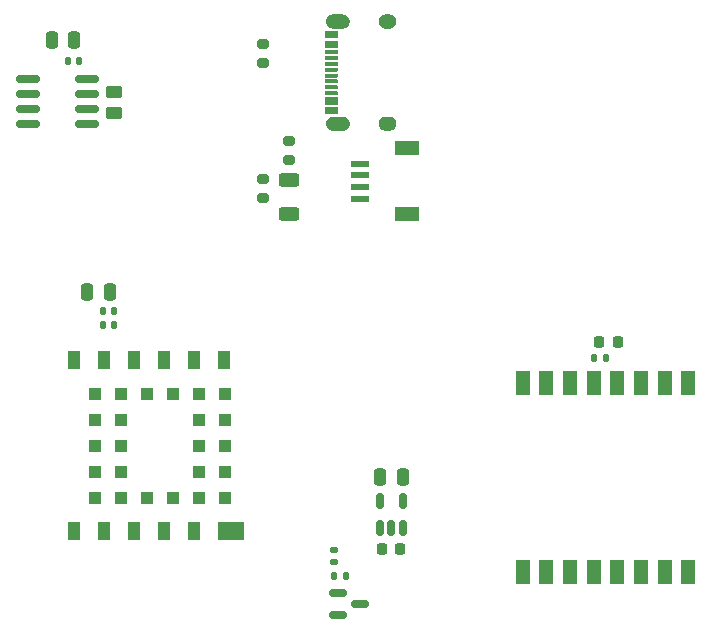
<source format=gbr>
%TF.GenerationSoftware,KiCad,Pcbnew,9.0.7*%
%TF.CreationDate,2026-02-14T09:58:14-05:00*%
%TF.ProjectId,satellite-board,73617465-6c6c-4697-9465-2d626f617264,rev?*%
%TF.SameCoordinates,Original*%
%TF.FileFunction,Paste,Top*%
%TF.FilePolarity,Positive*%
%FSLAX46Y46*%
G04 Gerber Fmt 4.6, Leading zero omitted, Abs format (unit mm)*
G04 Created by KiCad (PCBNEW 9.0.7) date 2026-02-14 09:58:14*
%MOMM*%
%LPD*%
G01*
G04 APERTURE LIST*
G04 Aperture macros list*
%AMRoundRect*
0 Rectangle with rounded corners*
0 $1 Rounding radius*
0 $2 $3 $4 $5 $6 $7 $8 $9 X,Y pos of 4 corners*
0 Add a 4 corners polygon primitive as box body*
4,1,4,$2,$3,$4,$5,$6,$7,$8,$9,$2,$3,0*
0 Add four circle primitives for the rounded corners*
1,1,$1+$1,$2,$3*
1,1,$1+$1,$4,$5*
1,1,$1+$1,$6,$7*
1,1,$1+$1,$8,$9*
0 Add four rect primitives between the rounded corners*
20,1,$1+$1,$2,$3,$4,$5,0*
20,1,$1+$1,$4,$5,$6,$7,0*
20,1,$1+$1,$6,$7,$8,$9,0*
20,1,$1+$1,$8,$9,$2,$3,0*%
G04 Aperture macros list end*
%ADD10C,0.000000*%
%ADD11RoundRect,0.250000X-0.625000X0.312500X-0.625000X-0.312500X0.625000X-0.312500X0.625000X0.312500X0*%
%ADD12RoundRect,0.150000X0.150000X-0.512500X0.150000X0.512500X-0.150000X0.512500X-0.150000X-0.512500X0*%
%ADD13R,1.000000X1.500000*%
%ADD14R,2.250000X1.500000*%
%ADD15R,1.000000X1.000000*%
%ADD16RoundRect,0.140000X0.140000X0.170000X-0.140000X0.170000X-0.140000X-0.170000X0.140000X-0.170000X0*%
%ADD17RoundRect,0.140000X-0.140000X-0.170000X0.140000X-0.170000X0.140000X0.170000X-0.140000X0.170000X0*%
%ADD18RoundRect,0.250000X0.250000X0.475000X-0.250000X0.475000X-0.250000X-0.475000X0.250000X-0.475000X0*%
%ADD19RoundRect,0.250000X0.450000X-0.262500X0.450000X0.262500X-0.450000X0.262500X-0.450000X-0.262500X0*%
%ADD20RoundRect,0.200000X-0.275000X0.200000X-0.275000X-0.200000X0.275000X-0.200000X0.275000X0.200000X0*%
%ADD21RoundRect,0.150000X-0.825000X-0.150000X0.825000X-0.150000X0.825000X0.150000X-0.825000X0.150000X0*%
%ADD22RoundRect,0.135000X-0.185000X0.135000X-0.185000X-0.135000X0.185000X-0.135000X0.185000X0.135000X0*%
%ADD23RoundRect,0.250000X-0.250000X-0.475000X0.250000X-0.475000X0.250000X0.475000X-0.250000X0.475000X0*%
%ADD24R,1.600000X0.600000*%
%ADD25R,2.000000X1.200000*%
%ADD26RoundRect,0.225000X-0.225000X-0.250000X0.225000X-0.250000X0.225000X0.250000X-0.225000X0.250000X0*%
%ADD27RoundRect,0.150000X-0.587500X-0.150000X0.587500X-0.150000X0.587500X0.150000X-0.587500X0.150000X0*%
%ADD28RoundRect,0.135000X-0.135000X-0.185000X0.135000X-0.185000X0.135000X0.185000X-0.135000X0.185000X0*%
%ADD29R,1.200000X2.000000*%
%ADD30R,1.100000X0.550000*%
%ADD31R,1.100000X0.300000*%
G04 APERTURE END LIST*
D10*
%TO.C,USB1*%
G36*
X181124250Y-50500000D02*
G01*
X180024250Y-50500000D01*
X180024250Y-49900000D01*
X181124250Y-49900000D01*
X181124250Y-50500000D01*
G37*
G36*
X181124250Y-51000000D02*
G01*
X180024250Y-51000000D01*
X180024250Y-50700000D01*
X181124250Y-50700000D01*
X181124250Y-51000000D01*
G37*
G36*
X181124250Y-55300000D02*
G01*
X180024250Y-55300000D01*
X180024250Y-54700000D01*
X181124250Y-54700000D01*
X181124250Y-55300000D01*
G37*
G36*
X181124250Y-56100000D02*
G01*
X180024250Y-56100000D01*
X180024250Y-55500000D01*
X181124250Y-55500000D01*
X181124250Y-56100000D01*
G37*
G36*
X181124250Y-49700000D02*
G01*
X180024250Y-49700000D01*
X180024250Y-49100000D01*
X181124250Y-49100000D01*
X181124250Y-49700000D01*
G37*
G36*
X181124250Y-51500000D02*
G01*
X180024250Y-51500000D01*
X180024250Y-51200000D01*
X181124250Y-51200000D01*
X181124250Y-51500000D01*
G37*
G36*
X181124250Y-52000000D02*
G01*
X180024250Y-52000000D01*
X180024250Y-51700000D01*
X181124250Y-51700000D01*
X181124250Y-52000000D01*
G37*
G36*
X181124250Y-52500000D02*
G01*
X180024250Y-52500000D01*
X180024250Y-52200000D01*
X181124250Y-52200000D01*
X181124250Y-52500000D01*
G37*
G36*
X181124250Y-53000000D02*
G01*
X180024250Y-53000000D01*
X180024250Y-52700000D01*
X181124250Y-52700000D01*
X181124250Y-53000000D01*
G37*
G36*
X181124250Y-53500000D02*
G01*
X180024250Y-53500000D01*
X180024250Y-53200000D01*
X181124250Y-53200000D01*
X181124250Y-53500000D01*
G37*
G36*
X181124250Y-54000000D02*
G01*
X180024250Y-54000000D01*
X180024250Y-53700000D01*
X181124250Y-53700000D01*
X181124250Y-54000000D01*
G37*
G36*
X181124250Y-54500000D02*
G01*
X180024250Y-54500000D01*
X180024250Y-54200000D01*
X181124250Y-54200000D01*
X181124250Y-54500000D01*
G37*
G36*
X181554250Y-56325500D02*
G01*
X181583750Y-56328000D01*
X181613750Y-56331500D01*
X181643250Y-56337000D01*
X181672250Y-56343500D01*
X181700750Y-56351500D01*
X181729250Y-56361000D01*
X181757250Y-56372000D01*
X181784250Y-56384500D01*
X181811250Y-56398000D01*
X181836750Y-56413000D01*
X181862250Y-56429500D01*
X181886250Y-56446500D01*
X181909750Y-56465500D01*
X181932250Y-56485000D01*
X181953750Y-56506000D01*
X181973750Y-56528000D01*
X181993250Y-56551000D01*
X182011250Y-56574500D01*
X182028250Y-56599500D01*
X182043750Y-56625000D01*
X182058250Y-56651000D01*
X182071250Y-56678000D01*
X182082750Y-56706000D01*
X182092750Y-56734000D01*
X182101750Y-56762500D01*
X182109250Y-56791500D01*
X182115250Y-56821000D01*
X182119250Y-56850500D01*
X182122250Y-56880000D01*
X182123750Y-56910000D01*
X182123750Y-56940000D01*
X182122250Y-56970000D01*
X182119250Y-56999500D01*
X182115250Y-57029000D01*
X182109250Y-57058500D01*
X182101750Y-57087500D01*
X182092750Y-57116000D01*
X182082750Y-57144000D01*
X182071250Y-57171500D01*
X182058250Y-57198500D01*
X182043750Y-57225000D01*
X182028250Y-57250500D01*
X182011250Y-57275000D01*
X181993250Y-57299000D01*
X181973750Y-57322000D01*
X181953750Y-57344000D01*
X181932250Y-57365000D01*
X181909750Y-57384500D01*
X181886250Y-57403500D01*
X181862250Y-57420500D01*
X181836750Y-57437000D01*
X181811250Y-57452000D01*
X181784250Y-57465500D01*
X181757250Y-57478000D01*
X181729250Y-57489000D01*
X181700750Y-57498500D01*
X181672250Y-57506500D01*
X181643250Y-57513000D01*
X181613750Y-57518500D01*
X181583750Y-57522000D01*
X181554250Y-57524000D01*
X181524250Y-57525000D01*
X180724250Y-57525000D01*
X180694250Y-57524000D01*
X180664250Y-57522000D01*
X180634750Y-57518500D01*
X180605250Y-57513000D01*
X180576250Y-57506500D01*
X180547250Y-57498500D01*
X180518750Y-57489000D01*
X180491250Y-57478000D01*
X180463750Y-57465500D01*
X180437250Y-57452000D01*
X180411250Y-57437000D01*
X180386250Y-57420500D01*
X180361750Y-57403500D01*
X180338250Y-57384500D01*
X180316250Y-57365000D01*
X180294750Y-57344000D01*
X180274250Y-57322000D01*
X180255250Y-57299000D01*
X180236750Y-57275000D01*
X180220250Y-57250500D01*
X180204750Y-57225000D01*
X180190250Y-57198500D01*
X180177250Y-57171500D01*
X180165750Y-57144000D01*
X180155250Y-57116000D01*
X180146750Y-57087500D01*
X180139250Y-57058500D01*
X180133250Y-57029000D01*
X180128750Y-56999500D01*
X180125750Y-56970000D01*
X180124250Y-56940000D01*
X180124250Y-56910000D01*
X180125750Y-56880000D01*
X180128750Y-56850500D01*
X180133250Y-56821000D01*
X180139250Y-56791500D01*
X180146750Y-56762500D01*
X180155250Y-56734000D01*
X180165750Y-56706000D01*
X180177250Y-56678000D01*
X180190250Y-56651000D01*
X180204750Y-56625000D01*
X180220250Y-56599500D01*
X180236750Y-56574500D01*
X180255250Y-56551000D01*
X180274250Y-56528000D01*
X180294750Y-56506000D01*
X180316250Y-56485000D01*
X180338250Y-56465500D01*
X180361750Y-56446500D01*
X180386250Y-56429500D01*
X180411250Y-56413000D01*
X180437250Y-56398000D01*
X180463750Y-56384500D01*
X180491250Y-56372000D01*
X180518750Y-56361000D01*
X180547250Y-56351500D01*
X180576250Y-56343500D01*
X180605250Y-56337000D01*
X180634750Y-56331500D01*
X180664250Y-56328000D01*
X180694250Y-56325500D01*
X180724250Y-56325000D01*
X181524250Y-56325000D01*
X181554250Y-56325500D01*
G37*
G36*
X181554250Y-47676000D02*
G01*
X181583750Y-47678000D01*
X181613750Y-47681500D01*
X181643250Y-47687000D01*
X181672250Y-47693500D01*
X181700750Y-47701500D01*
X181729250Y-47711000D01*
X181757250Y-47722000D01*
X181784250Y-47734500D01*
X181811250Y-47748000D01*
X181836750Y-47763000D01*
X181862250Y-47779500D01*
X181886250Y-47796500D01*
X181909750Y-47815500D01*
X181932250Y-47835000D01*
X181953750Y-47856000D01*
X181973750Y-47878000D01*
X181993250Y-47901000D01*
X182011250Y-47925000D01*
X182028250Y-47949500D01*
X182043750Y-47975000D01*
X182058250Y-48001500D01*
X182071250Y-48028500D01*
X182082750Y-48056000D01*
X182092750Y-48084000D01*
X182101750Y-48112500D01*
X182109250Y-48141500D01*
X182115250Y-48171000D01*
X182119250Y-48200500D01*
X182122250Y-48230000D01*
X182123750Y-48260000D01*
X182123750Y-48290000D01*
X182122250Y-48320000D01*
X182119250Y-48349500D01*
X182115250Y-48379000D01*
X182109250Y-48408500D01*
X182101750Y-48437500D01*
X182092750Y-48466000D01*
X182082750Y-48494000D01*
X182071250Y-48522000D01*
X182058250Y-48549000D01*
X182043750Y-48575000D01*
X182028250Y-48600500D01*
X182011250Y-48625500D01*
X181993250Y-48649000D01*
X181973750Y-48672000D01*
X181953750Y-48694000D01*
X181932250Y-48715000D01*
X181909750Y-48734500D01*
X181886250Y-48753500D01*
X181862250Y-48770500D01*
X181836750Y-48787000D01*
X181811250Y-48802000D01*
X181784250Y-48815500D01*
X181757250Y-48828000D01*
X181729250Y-48839000D01*
X181700750Y-48848500D01*
X181672250Y-48856500D01*
X181643250Y-48863000D01*
X181613750Y-48868500D01*
X181583750Y-48872000D01*
X181554250Y-48874500D01*
X181524250Y-48875000D01*
X180724250Y-48875000D01*
X180694250Y-48874500D01*
X180664250Y-48872000D01*
X180634750Y-48868500D01*
X180605250Y-48863000D01*
X180576250Y-48856500D01*
X180547250Y-48848500D01*
X180518750Y-48839000D01*
X180491250Y-48828000D01*
X180463750Y-48815500D01*
X180437250Y-48802000D01*
X180411250Y-48787000D01*
X180386250Y-48770500D01*
X180361750Y-48753500D01*
X180338250Y-48734500D01*
X180316250Y-48715000D01*
X180294750Y-48694000D01*
X180274250Y-48672000D01*
X180255250Y-48649000D01*
X180236750Y-48625500D01*
X180220250Y-48600500D01*
X180204750Y-48575000D01*
X180190250Y-48549000D01*
X180177250Y-48522000D01*
X180165750Y-48494000D01*
X180155250Y-48466000D01*
X180146750Y-48437500D01*
X180139250Y-48408500D01*
X180133250Y-48379000D01*
X180128750Y-48349500D01*
X180125750Y-48320000D01*
X180124250Y-48290000D01*
X180124250Y-48260000D01*
X180125750Y-48230000D01*
X180128750Y-48200500D01*
X180133250Y-48171000D01*
X180139250Y-48141500D01*
X180146750Y-48112500D01*
X180155250Y-48084000D01*
X180165750Y-48056000D01*
X180177250Y-48028500D01*
X180190250Y-48001500D01*
X180204750Y-47975000D01*
X180220250Y-47949500D01*
X180236750Y-47925000D01*
X180255250Y-47901000D01*
X180274250Y-47878000D01*
X180294750Y-47856000D01*
X180316250Y-47835000D01*
X180338250Y-47815500D01*
X180361750Y-47796500D01*
X180386250Y-47779500D01*
X180411250Y-47763000D01*
X180437250Y-47748000D01*
X180463750Y-47734500D01*
X180491250Y-47722000D01*
X180518750Y-47711000D01*
X180547250Y-47701500D01*
X180576250Y-47693500D01*
X180605250Y-47687000D01*
X180634750Y-47681500D01*
X180664250Y-47678000D01*
X180694250Y-47676000D01*
X180724250Y-47675000D01*
X181524250Y-47675000D01*
X181554250Y-47676000D01*
G37*
G36*
X185504250Y-47676000D02*
G01*
X185534250Y-47678000D01*
X185563750Y-47681500D01*
X185593250Y-47687000D01*
X185622250Y-47693500D01*
X185651250Y-47701500D01*
X185679250Y-47711000D01*
X185707250Y-47722000D01*
X185734750Y-47734500D01*
X185761250Y-47748000D01*
X185787250Y-47763000D01*
X185812250Y-47779500D01*
X185836750Y-47796500D01*
X185859750Y-47815500D01*
X185882250Y-47835000D01*
X185903750Y-47856000D01*
X185924250Y-47878000D01*
X185943250Y-47901000D01*
X185961250Y-47925000D01*
X185978250Y-47949500D01*
X185993750Y-47975000D01*
X186008250Y-48001500D01*
X186021250Y-48028500D01*
X186032750Y-48056000D01*
X186043250Y-48084000D01*
X186051750Y-48112500D01*
X186059250Y-48141500D01*
X186065250Y-48171000D01*
X186069750Y-48200500D01*
X186072750Y-48230000D01*
X186074250Y-48260000D01*
X186074250Y-48290000D01*
X186072750Y-48320000D01*
X186069750Y-48349500D01*
X186065250Y-48379000D01*
X186059250Y-48408500D01*
X186051750Y-48437500D01*
X186043250Y-48466000D01*
X186032750Y-48494000D01*
X186021250Y-48522000D01*
X186008250Y-48549000D01*
X185993750Y-48575000D01*
X185978250Y-48600500D01*
X185961250Y-48625500D01*
X185943250Y-48649000D01*
X185924250Y-48672000D01*
X185903750Y-48694000D01*
X185882250Y-48715000D01*
X185859750Y-48734500D01*
X185836750Y-48753500D01*
X185812250Y-48770500D01*
X185787250Y-48787000D01*
X185761250Y-48802000D01*
X185734750Y-48815500D01*
X185707250Y-48828000D01*
X185679250Y-48839000D01*
X185651250Y-48848500D01*
X185622250Y-48856500D01*
X185593250Y-48863000D01*
X185563750Y-48868500D01*
X185534250Y-48872000D01*
X185504250Y-48874500D01*
X185474250Y-48875000D01*
X185174250Y-48875000D01*
X185144250Y-48874500D01*
X185114750Y-48872000D01*
X185084750Y-48868500D01*
X185055250Y-48863000D01*
X185026250Y-48856500D01*
X184997250Y-48848500D01*
X184969250Y-48839000D01*
X184941250Y-48828000D01*
X184913750Y-48815500D01*
X184887250Y-48802000D01*
X184861250Y-48787000D01*
X184836250Y-48770500D01*
X184812250Y-48753500D01*
X184788750Y-48734500D01*
X184766250Y-48715000D01*
X184744750Y-48694000D01*
X184724250Y-48672000D01*
X184705250Y-48649000D01*
X184687250Y-48625500D01*
X184670250Y-48600500D01*
X184654750Y-48575000D01*
X184640250Y-48549000D01*
X184627250Y-48522000D01*
X184615750Y-48494000D01*
X184605750Y-48466000D01*
X184596750Y-48437500D01*
X184589250Y-48408500D01*
X184583250Y-48379000D01*
X184578750Y-48349500D01*
X184575750Y-48320000D01*
X184574250Y-48290000D01*
X184574250Y-48260000D01*
X184575750Y-48230000D01*
X184578750Y-48200500D01*
X184583250Y-48171000D01*
X184589250Y-48141500D01*
X184596750Y-48112500D01*
X184605750Y-48084000D01*
X184615750Y-48056000D01*
X184627250Y-48028500D01*
X184640250Y-48001500D01*
X184654750Y-47975000D01*
X184670250Y-47949500D01*
X184687250Y-47925000D01*
X184705250Y-47901000D01*
X184724250Y-47878000D01*
X184744750Y-47856000D01*
X184766250Y-47835000D01*
X184788750Y-47815500D01*
X184812250Y-47796500D01*
X184836250Y-47779500D01*
X184861250Y-47763000D01*
X184887250Y-47748000D01*
X184913750Y-47734500D01*
X184941250Y-47722000D01*
X184969250Y-47711000D01*
X184997250Y-47701500D01*
X185026250Y-47693500D01*
X185055250Y-47687000D01*
X185084750Y-47681500D01*
X185114750Y-47678000D01*
X185144250Y-47676000D01*
X185174250Y-47675000D01*
X185474250Y-47675000D01*
X185504250Y-47676000D01*
G37*
G36*
X185504250Y-56325500D02*
G01*
X185534250Y-56328000D01*
X185563750Y-56331500D01*
X185593250Y-56337000D01*
X185622250Y-56343500D01*
X185651250Y-56351500D01*
X185679250Y-56361000D01*
X185707250Y-56372000D01*
X185734750Y-56384500D01*
X185761250Y-56398000D01*
X185787250Y-56413000D01*
X185812250Y-56429500D01*
X185836750Y-56446500D01*
X185859750Y-56465500D01*
X185882250Y-56485000D01*
X185903750Y-56506000D01*
X185924250Y-56528000D01*
X185943250Y-56551000D01*
X185961250Y-56574500D01*
X185978250Y-56599500D01*
X185993750Y-56625000D01*
X186008250Y-56651000D01*
X186021250Y-56678000D01*
X186032750Y-56706000D01*
X186043250Y-56734000D01*
X186051750Y-56762500D01*
X186059250Y-56791500D01*
X186065250Y-56821000D01*
X186069750Y-56850500D01*
X186072750Y-56880000D01*
X186074250Y-56910000D01*
X186074250Y-56940000D01*
X186072750Y-56970000D01*
X186069750Y-56999500D01*
X186065250Y-57029000D01*
X186059250Y-57058500D01*
X186051750Y-57087500D01*
X186043250Y-57116000D01*
X186032750Y-57144000D01*
X186021250Y-57171500D01*
X186008250Y-57198500D01*
X185993750Y-57225000D01*
X185978250Y-57250500D01*
X185961250Y-57275000D01*
X185943250Y-57299000D01*
X185924250Y-57322000D01*
X185903750Y-57344000D01*
X185882250Y-57365000D01*
X185859750Y-57384500D01*
X185836750Y-57403500D01*
X185812250Y-57420500D01*
X185787250Y-57437000D01*
X185761250Y-57452000D01*
X185734750Y-57465500D01*
X185707250Y-57478000D01*
X185679250Y-57489000D01*
X185651250Y-57498500D01*
X185622250Y-57506500D01*
X185593250Y-57513000D01*
X185563750Y-57518500D01*
X185534250Y-57522000D01*
X185504250Y-57524000D01*
X185474250Y-57525000D01*
X185174250Y-57525000D01*
X185144250Y-57524000D01*
X185114750Y-57522000D01*
X185084750Y-57518500D01*
X185055250Y-57513000D01*
X185026250Y-57506500D01*
X184997250Y-57498500D01*
X184969250Y-57489000D01*
X184941250Y-57478000D01*
X184913750Y-57465500D01*
X184887250Y-57452000D01*
X184861250Y-57437000D01*
X184836250Y-57420500D01*
X184812250Y-57403500D01*
X184788750Y-57384500D01*
X184766250Y-57365000D01*
X184744750Y-57344000D01*
X184724250Y-57322000D01*
X184705250Y-57299000D01*
X184687250Y-57275000D01*
X184670250Y-57250500D01*
X184654750Y-57225000D01*
X184640250Y-57198500D01*
X184627250Y-57171500D01*
X184615750Y-57144000D01*
X184605750Y-57116000D01*
X184596750Y-57087500D01*
X184589250Y-57058500D01*
X184583250Y-57029000D01*
X184578750Y-56999500D01*
X184575750Y-56970000D01*
X184574250Y-56940000D01*
X184574250Y-56910000D01*
X184575750Y-56880000D01*
X184578750Y-56850500D01*
X184583250Y-56821000D01*
X184589250Y-56791500D01*
X184596750Y-56762500D01*
X184605750Y-56734000D01*
X184615750Y-56706000D01*
X184627250Y-56678000D01*
X184640250Y-56651000D01*
X184654750Y-56625000D01*
X184670250Y-56599500D01*
X184687250Y-56574500D01*
X184705250Y-56551000D01*
X184724250Y-56528000D01*
X184744750Y-56506000D01*
X184766250Y-56485000D01*
X184788750Y-56465500D01*
X184812250Y-56446500D01*
X184836250Y-56429500D01*
X184861250Y-56413000D01*
X184887250Y-56398000D01*
X184913750Y-56384500D01*
X184941250Y-56372000D01*
X184969250Y-56361000D01*
X184997250Y-56351500D01*
X185026250Y-56343500D01*
X185055250Y-56337000D01*
X185084750Y-56331500D01*
X185114750Y-56328000D01*
X185144250Y-56325500D01*
X185174250Y-56325000D01*
X185474250Y-56325000D01*
X185504250Y-56325500D01*
G37*
%TD*%
D11*
%TO.C,R4*%
X177000000Y-61675000D03*
X177000000Y-64600000D03*
%TD*%
D12*
%TO.C,U2*%
X184700000Y-91137500D03*
X185650000Y-91137500D03*
X186600000Y-91137500D03*
X186600000Y-88862500D03*
X184700000Y-88862500D03*
%TD*%
D13*
%TO.C,U5*%
X171437500Y-76937500D03*
X168897500Y-76937500D03*
X166357500Y-76937500D03*
X163817500Y-76937500D03*
X161277500Y-76937500D03*
X158737500Y-76937500D03*
X158737500Y-91437500D03*
X161277500Y-91437500D03*
X163817500Y-91437500D03*
X166357500Y-91437500D03*
X168897500Y-91437500D03*
D14*
X172062500Y-91437500D03*
D15*
X171587500Y-88587500D03*
X171587500Y-86387500D03*
X171587500Y-84187500D03*
X171587500Y-81987500D03*
X171587500Y-79787500D03*
X169387500Y-79787500D03*
X167187500Y-79787500D03*
X164987500Y-79787500D03*
X162787500Y-79787500D03*
X160587500Y-79787500D03*
X160587500Y-81987500D03*
X160587500Y-84187500D03*
X160587500Y-86387500D03*
X160587500Y-88587500D03*
X162787500Y-88587500D03*
X164987500Y-88587500D03*
X167187500Y-88587500D03*
X169387500Y-88587500D03*
X169387500Y-86387500D03*
X169387500Y-84187500D03*
X169387500Y-81987500D03*
X162787500Y-81987500D03*
X162787500Y-84187500D03*
X162787500Y-86387500D03*
%TD*%
D16*
%TO.C,C8*%
X159200000Y-51625000D03*
X158240000Y-51625000D03*
%TD*%
D17*
%TO.C,C5*%
X161240000Y-74000000D03*
X162200000Y-74000000D03*
%TD*%
D18*
%TO.C,C9*%
X158800000Y-49825000D03*
X156900000Y-49825000D03*
%TD*%
D19*
%TO.C,R5*%
X162200000Y-56025000D03*
X162200000Y-54200000D03*
%TD*%
D20*
%TO.C,R3*%
X177000000Y-58350000D03*
X177000000Y-60000000D03*
%TD*%
D21*
%TO.C,U4*%
X154925000Y-53155000D03*
X154925000Y-54425000D03*
X154925000Y-55695000D03*
X154925000Y-56965000D03*
X159875000Y-56965000D03*
X159875000Y-55695000D03*
X159875000Y-54425000D03*
X159875000Y-53155000D03*
%TD*%
D22*
%TO.C,R7*%
X180800000Y-92980000D03*
X180800000Y-94000000D03*
%TD*%
D17*
%TO.C,C4*%
X202840000Y-76800000D03*
X203800000Y-76800000D03*
%TD*%
D23*
%TO.C,C7*%
X159900000Y-71200000D03*
X161800000Y-71200000D03*
%TD*%
D24*
%TO.C,CN1*%
X183000000Y-63300000D03*
X183000000Y-62300000D03*
X183000000Y-61300000D03*
X183000000Y-60300000D03*
D25*
X187000000Y-59000000D03*
X187000000Y-64600000D03*
%TD*%
D26*
%TO.C,C2*%
X184850000Y-92900000D03*
X186400000Y-92900000D03*
%TD*%
D17*
%TO.C,C6*%
X161240000Y-72800000D03*
X162200000Y-72800000D03*
%TD*%
D20*
%TO.C,R2*%
X174800000Y-61600000D03*
X174800000Y-63250000D03*
%TD*%
D23*
%TO.C,C1*%
X184700000Y-86800000D03*
X186600000Y-86800000D03*
%TD*%
D27*
%TO.C,Q1*%
X181125000Y-96650000D03*
X181125000Y-98550000D03*
X183000000Y-97600000D03*
%TD*%
D28*
%TO.C,R6*%
X180780000Y-95200000D03*
X181800000Y-95200000D03*
%TD*%
D26*
%TO.C,C3*%
X203250000Y-75400000D03*
X204800000Y-75400000D03*
%TD*%
D20*
%TO.C,R1*%
X174800000Y-50150000D03*
X174800000Y-51800000D03*
%TD*%
D29*
%TO.C,U1*%
X196777716Y-94920000D03*
X198777716Y-94920000D03*
X200777716Y-94920000D03*
X202777716Y-94920000D03*
X204777716Y-94920000D03*
X206777716Y-94920000D03*
X208777716Y-94920000D03*
X210777716Y-94920000D03*
X210777716Y-78920000D03*
X208777716Y-78920000D03*
X206777716Y-78920000D03*
X204777716Y-78920000D03*
X202777716Y-78920000D03*
X200777716Y-78920000D03*
X198777716Y-78920000D03*
X196777716Y-78920000D03*
%TD*%
D30*
%TO.C,USB1*%
X180574250Y-55800000D03*
X180574250Y-55000000D03*
D31*
X180574250Y-54350000D03*
X180574250Y-53850000D03*
X180574250Y-53350000D03*
X180574250Y-52850000D03*
X180574250Y-52350000D03*
X180574250Y-51850000D03*
X180574250Y-51350000D03*
X180574250Y-50850000D03*
D30*
X180574250Y-50200000D03*
X180574250Y-49400000D03*
%TD*%
M02*

</source>
